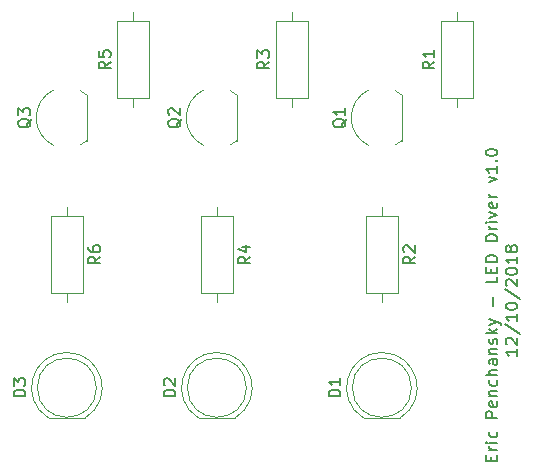
<source format=gto>
G04 #@! TF.GenerationSoftware,KiCad,Pcbnew,(5.0.1)-4*
G04 #@! TF.CreationDate,2018-12-27T15:34:55-05:00*
G04 #@! TF.ProjectId,LED Project,4C45442050726F6A6563742E6B696361,rev?*
G04 #@! TF.SameCoordinates,Original*
G04 #@! TF.FileFunction,Legend,Top*
G04 #@! TF.FilePolarity,Positive*
%FSLAX46Y46*%
G04 Gerber Fmt 4.6, Leading zero omitted, Abs format (unit mm)*
G04 Created by KiCad (PCBNEW (5.0.1)-4) date 12/27/2018 3:34:55 PM*
%MOMM*%
%LPD*%
G01*
G04 APERTURE LIST*
%ADD10C,0.200000*%
%ADD11C,0.120000*%
%ADD12C,0.150000*%
G04 APERTURE END LIST*
D10*
X166718571Y-116417619D02*
X166718571Y-116084285D01*
X167242380Y-115941428D02*
X167242380Y-116417619D01*
X166242380Y-116417619D01*
X166242380Y-115941428D01*
X167242380Y-115512857D02*
X166575714Y-115512857D01*
X166766190Y-115512857D02*
X166670952Y-115465238D01*
X166623333Y-115417619D01*
X166575714Y-115322380D01*
X166575714Y-115227142D01*
X167242380Y-114893809D02*
X166575714Y-114893809D01*
X166242380Y-114893809D02*
X166290000Y-114941428D01*
X166337619Y-114893809D01*
X166290000Y-114846190D01*
X166242380Y-114893809D01*
X166337619Y-114893809D01*
X167194761Y-113989047D02*
X167242380Y-114084285D01*
X167242380Y-114274761D01*
X167194761Y-114370000D01*
X167147142Y-114417619D01*
X167051904Y-114465238D01*
X166766190Y-114465238D01*
X166670952Y-114417619D01*
X166623333Y-114370000D01*
X166575714Y-114274761D01*
X166575714Y-114084285D01*
X166623333Y-113989047D01*
X167242380Y-112798571D02*
X166242380Y-112798571D01*
X166242380Y-112417619D01*
X166290000Y-112322380D01*
X166337619Y-112274761D01*
X166432857Y-112227142D01*
X166575714Y-112227142D01*
X166670952Y-112274761D01*
X166718571Y-112322380D01*
X166766190Y-112417619D01*
X166766190Y-112798571D01*
X167194761Y-111417619D02*
X167242380Y-111512857D01*
X167242380Y-111703333D01*
X167194761Y-111798571D01*
X167099523Y-111846190D01*
X166718571Y-111846190D01*
X166623333Y-111798571D01*
X166575714Y-111703333D01*
X166575714Y-111512857D01*
X166623333Y-111417619D01*
X166718571Y-111370000D01*
X166813809Y-111370000D01*
X166909047Y-111846190D01*
X166575714Y-110941428D02*
X167242380Y-110941428D01*
X166670952Y-110941428D02*
X166623333Y-110893809D01*
X166575714Y-110798571D01*
X166575714Y-110655714D01*
X166623333Y-110560476D01*
X166718571Y-110512857D01*
X167242380Y-110512857D01*
X167194761Y-109608095D02*
X167242380Y-109703333D01*
X167242380Y-109893809D01*
X167194761Y-109989047D01*
X167147142Y-110036666D01*
X167051904Y-110084285D01*
X166766190Y-110084285D01*
X166670952Y-110036666D01*
X166623333Y-109989047D01*
X166575714Y-109893809D01*
X166575714Y-109703333D01*
X166623333Y-109608095D01*
X167242380Y-109179523D02*
X166242380Y-109179523D01*
X167242380Y-108750952D02*
X166718571Y-108750952D01*
X166623333Y-108798571D01*
X166575714Y-108893809D01*
X166575714Y-109036666D01*
X166623333Y-109131904D01*
X166670952Y-109179523D01*
X167242380Y-107846190D02*
X166718571Y-107846190D01*
X166623333Y-107893809D01*
X166575714Y-107989047D01*
X166575714Y-108179523D01*
X166623333Y-108274761D01*
X167194761Y-107846190D02*
X167242380Y-107941428D01*
X167242380Y-108179523D01*
X167194761Y-108274761D01*
X167099523Y-108322380D01*
X167004285Y-108322380D01*
X166909047Y-108274761D01*
X166861428Y-108179523D01*
X166861428Y-107941428D01*
X166813809Y-107846190D01*
X166575714Y-107370000D02*
X167242380Y-107370000D01*
X166670952Y-107370000D02*
X166623333Y-107322380D01*
X166575714Y-107227142D01*
X166575714Y-107084285D01*
X166623333Y-106989047D01*
X166718571Y-106941428D01*
X167242380Y-106941428D01*
X167194761Y-106512857D02*
X167242380Y-106417619D01*
X167242380Y-106227142D01*
X167194761Y-106131904D01*
X167099523Y-106084285D01*
X167051904Y-106084285D01*
X166956666Y-106131904D01*
X166909047Y-106227142D01*
X166909047Y-106370000D01*
X166861428Y-106465238D01*
X166766190Y-106512857D01*
X166718571Y-106512857D01*
X166623333Y-106465238D01*
X166575714Y-106370000D01*
X166575714Y-106227142D01*
X166623333Y-106131904D01*
X167242380Y-105655714D02*
X166242380Y-105655714D01*
X166861428Y-105560476D02*
X167242380Y-105274761D01*
X166575714Y-105274761D02*
X166956666Y-105655714D01*
X166575714Y-104941428D02*
X167242380Y-104703333D01*
X166575714Y-104465238D02*
X167242380Y-104703333D01*
X167480476Y-104798571D01*
X167528095Y-104846190D01*
X167575714Y-104941428D01*
X166861428Y-103322380D02*
X166861428Y-102560476D01*
X167242380Y-100846190D02*
X167242380Y-101322380D01*
X166242380Y-101322380D01*
X166718571Y-100512857D02*
X166718571Y-100179523D01*
X167242380Y-100036666D02*
X167242380Y-100512857D01*
X166242380Y-100512857D01*
X166242380Y-100036666D01*
X167242380Y-99608095D02*
X166242380Y-99608095D01*
X166242380Y-99370000D01*
X166290000Y-99227142D01*
X166385238Y-99131904D01*
X166480476Y-99084285D01*
X166670952Y-99036666D01*
X166813809Y-99036666D01*
X167004285Y-99084285D01*
X167099523Y-99131904D01*
X167194761Y-99227142D01*
X167242380Y-99370000D01*
X167242380Y-99608095D01*
X167242380Y-97846190D02*
X166242380Y-97846190D01*
X166242380Y-97608095D01*
X166290000Y-97465238D01*
X166385238Y-97370000D01*
X166480476Y-97322380D01*
X166670952Y-97274761D01*
X166813809Y-97274761D01*
X167004285Y-97322380D01*
X167099523Y-97370000D01*
X167194761Y-97465238D01*
X167242380Y-97608095D01*
X167242380Y-97846190D01*
X167242380Y-96846190D02*
X166575714Y-96846190D01*
X166766190Y-96846190D02*
X166670952Y-96798571D01*
X166623333Y-96750952D01*
X166575714Y-96655714D01*
X166575714Y-96560476D01*
X167242380Y-96227142D02*
X166575714Y-96227142D01*
X166242380Y-96227142D02*
X166290000Y-96274761D01*
X166337619Y-96227142D01*
X166290000Y-96179523D01*
X166242380Y-96227142D01*
X166337619Y-96227142D01*
X166575714Y-95846190D02*
X167242380Y-95608095D01*
X166575714Y-95370000D01*
X167194761Y-94608095D02*
X167242380Y-94703333D01*
X167242380Y-94893809D01*
X167194761Y-94989047D01*
X167099523Y-95036666D01*
X166718571Y-95036666D01*
X166623333Y-94989047D01*
X166575714Y-94893809D01*
X166575714Y-94703333D01*
X166623333Y-94608095D01*
X166718571Y-94560476D01*
X166813809Y-94560476D01*
X166909047Y-95036666D01*
X167242380Y-94131904D02*
X166575714Y-94131904D01*
X166766190Y-94131904D02*
X166670952Y-94084285D01*
X166623333Y-94036666D01*
X166575714Y-93941428D01*
X166575714Y-93846190D01*
X166575714Y-92846190D02*
X167242380Y-92608095D01*
X166575714Y-92370000D01*
X167242380Y-91465238D02*
X167242380Y-92036666D01*
X167242380Y-91750952D02*
X166242380Y-91750952D01*
X166385238Y-91846190D01*
X166480476Y-91941428D01*
X166528095Y-92036666D01*
X167147142Y-91036666D02*
X167194761Y-90989047D01*
X167242380Y-91036666D01*
X167194761Y-91084285D01*
X167147142Y-91036666D01*
X167242380Y-91036666D01*
X166242380Y-90370000D02*
X166242380Y-90274761D01*
X166290000Y-90179523D01*
X166337619Y-90131904D01*
X166432857Y-90084285D01*
X166623333Y-90036666D01*
X166861428Y-90036666D01*
X167051904Y-90084285D01*
X167147142Y-90131904D01*
X167194761Y-90179523D01*
X167242380Y-90274761D01*
X167242380Y-90370000D01*
X167194761Y-90465238D01*
X167147142Y-90512857D01*
X167051904Y-90560476D01*
X166861428Y-90608095D01*
X166623333Y-90608095D01*
X166432857Y-90560476D01*
X166337619Y-90512857D01*
X166290000Y-90465238D01*
X166242380Y-90370000D01*
X168942380Y-106965238D02*
X168942380Y-107536666D01*
X168942380Y-107250952D02*
X167942380Y-107250952D01*
X168085238Y-107346190D01*
X168180476Y-107441428D01*
X168228095Y-107536666D01*
X168037619Y-106584285D02*
X167990000Y-106536666D01*
X167942380Y-106441428D01*
X167942380Y-106203333D01*
X167990000Y-106108095D01*
X168037619Y-106060476D01*
X168132857Y-106012857D01*
X168228095Y-106012857D01*
X168370952Y-106060476D01*
X168942380Y-106631904D01*
X168942380Y-106012857D01*
X167894761Y-104870000D02*
X169180476Y-105727142D01*
X168942380Y-104012857D02*
X168942380Y-104584285D01*
X168942380Y-104298571D02*
X167942380Y-104298571D01*
X168085238Y-104393809D01*
X168180476Y-104489047D01*
X168228095Y-104584285D01*
X167942380Y-103393809D02*
X167942380Y-103298571D01*
X167990000Y-103203333D01*
X168037619Y-103155714D01*
X168132857Y-103108095D01*
X168323333Y-103060476D01*
X168561428Y-103060476D01*
X168751904Y-103108095D01*
X168847142Y-103155714D01*
X168894761Y-103203333D01*
X168942380Y-103298571D01*
X168942380Y-103393809D01*
X168894761Y-103489047D01*
X168847142Y-103536666D01*
X168751904Y-103584285D01*
X168561428Y-103631904D01*
X168323333Y-103631904D01*
X168132857Y-103584285D01*
X168037619Y-103536666D01*
X167990000Y-103489047D01*
X167942380Y-103393809D01*
X167894761Y-101917619D02*
X169180476Y-102774761D01*
X168037619Y-101631904D02*
X167990000Y-101584285D01*
X167942380Y-101489047D01*
X167942380Y-101250952D01*
X167990000Y-101155714D01*
X168037619Y-101108095D01*
X168132857Y-101060476D01*
X168228095Y-101060476D01*
X168370952Y-101108095D01*
X168942380Y-101679523D01*
X168942380Y-101060476D01*
X167942380Y-100441428D02*
X167942380Y-100346190D01*
X167990000Y-100250952D01*
X168037619Y-100203333D01*
X168132857Y-100155714D01*
X168323333Y-100108095D01*
X168561428Y-100108095D01*
X168751904Y-100155714D01*
X168847142Y-100203333D01*
X168894761Y-100250952D01*
X168942380Y-100346190D01*
X168942380Y-100441428D01*
X168894761Y-100536666D01*
X168847142Y-100584285D01*
X168751904Y-100631904D01*
X168561428Y-100679523D01*
X168323333Y-100679523D01*
X168132857Y-100631904D01*
X168037619Y-100584285D01*
X167990000Y-100536666D01*
X167942380Y-100441428D01*
X168942380Y-99155714D02*
X168942380Y-99727142D01*
X168942380Y-99441428D02*
X167942380Y-99441428D01*
X168085238Y-99536666D01*
X168180476Y-99631904D01*
X168228095Y-99727142D01*
X168370952Y-98584285D02*
X168323333Y-98679523D01*
X168275714Y-98727142D01*
X168180476Y-98774761D01*
X168132857Y-98774761D01*
X168037619Y-98727142D01*
X167990000Y-98679523D01*
X167942380Y-98584285D01*
X167942380Y-98393809D01*
X167990000Y-98298571D01*
X168037619Y-98250952D01*
X168132857Y-98203333D01*
X168180476Y-98203333D01*
X168275714Y-98250952D01*
X168323333Y-98298571D01*
X168370952Y-98393809D01*
X168370952Y-98584285D01*
X168418571Y-98679523D01*
X168466190Y-98727142D01*
X168561428Y-98774761D01*
X168751904Y-98774761D01*
X168847142Y-98727142D01*
X168894761Y-98679523D01*
X168942380Y-98584285D01*
X168942380Y-98393809D01*
X168894761Y-98298571D01*
X168847142Y-98250952D01*
X168751904Y-98203333D01*
X168561428Y-98203333D01*
X168466190Y-98250952D01*
X168418571Y-98298571D01*
X168370952Y-98393809D01*
D11*
G04 #@! TO.C,R1*
X163830000Y-78435850D02*
X163830000Y-79205850D01*
X163830000Y-86515850D02*
X163830000Y-85745850D01*
X162460000Y-79205850D02*
X162460000Y-85745850D01*
X165200000Y-79205850D02*
X162460000Y-79205850D01*
X165200000Y-85745850D02*
X165200000Y-79205850D01*
X162460000Y-85745850D02*
X165200000Y-85745850D01*
G04 #@! TO.C,R3*
X149841674Y-78435850D02*
X149841674Y-79205850D01*
X149841674Y-86515850D02*
X149841674Y-85745850D01*
X148471674Y-79205850D02*
X148471674Y-85745850D01*
X151211674Y-79205850D02*
X148471674Y-79205850D01*
X151211674Y-85745850D02*
X151211674Y-79205850D01*
X148471674Y-85745850D02*
X151211674Y-85745850D01*
G04 #@! TO.C,R5*
X136405411Y-78435850D02*
X136405411Y-79205850D01*
X136405411Y-86515850D02*
X136405411Y-85745850D01*
X135035411Y-79205850D02*
X135035411Y-85745850D01*
X137775411Y-79205850D02*
X135035411Y-79205850D01*
X137775411Y-85745850D02*
X137775411Y-79205850D01*
X135035411Y-85745850D02*
X137775411Y-85745850D01*
G04 #@! TO.C,Q1*
X158573938Y-85088826D02*
G75*
G02X159161674Y-85481209I-1112264J-2302383D01*
G01*
X156362867Y-85034809D02*
G75*
G03X154861674Y-87391209I1098807J-2356400D01*
G01*
X156362867Y-89747609D02*
G75*
G02X154861674Y-87391209I1098807J2356400D01*
G01*
X158583719Y-89713840D02*
G75*
G03X159161674Y-89331209I-1122045J2322631D01*
G01*
X159161674Y-89331209D02*
X159161674Y-85481209D01*
G04 #@! TO.C,Q2*
X144603938Y-85088826D02*
G75*
G02X145191674Y-85481209I-1112264J-2302383D01*
G01*
X142392867Y-85034809D02*
G75*
G03X140891674Y-87391209I1098807J-2356400D01*
G01*
X142392867Y-89747609D02*
G75*
G02X140891674Y-87391209I1098807J2356400D01*
G01*
X144613719Y-89713840D02*
G75*
G03X145191674Y-89331209I-1122045J2322631D01*
G01*
X145191674Y-89331209D02*
X145191674Y-85481209D01*
G04 #@! TO.C,Q3*
X131903938Y-85088826D02*
G75*
G02X132491674Y-85481209I-1112264J-2302383D01*
G01*
X129692867Y-85034809D02*
G75*
G03X128191674Y-87391209I1098807J-2356400D01*
G01*
X129692867Y-89747609D02*
G75*
G02X128191674Y-87391209I1098807J2356400D01*
G01*
X131913719Y-89713840D02*
G75*
G03X132491674Y-89331209I-1122045J2322631D01*
G01*
X132491674Y-89331209D02*
X132491674Y-85481209D01*
G04 #@! TO.C,R2*
X157461674Y-103025850D02*
X157461674Y-102255850D01*
X157461674Y-94945850D02*
X157461674Y-95715850D01*
X158831674Y-102255850D02*
X158831674Y-95715850D01*
X156091674Y-102255850D02*
X158831674Y-102255850D01*
X156091674Y-95715850D02*
X156091674Y-102255850D01*
X158831674Y-95715850D02*
X156091674Y-95715850D01*
G04 #@! TO.C,R6*
X130791674Y-103025850D02*
X130791674Y-102255850D01*
X130791674Y-94945850D02*
X130791674Y-95715850D01*
X132161674Y-102255850D02*
X132161674Y-95715850D01*
X129421674Y-102255850D02*
X132161674Y-102255850D01*
X129421674Y-95715850D02*
X129421674Y-102255850D01*
X132161674Y-95715850D02*
X129421674Y-95715850D01*
G04 #@! TO.C,R4*
X143491674Y-103025850D02*
X143491674Y-102255850D01*
X143491674Y-94945850D02*
X143491674Y-95715850D01*
X144861674Y-102255850D02*
X144861674Y-95715850D01*
X142121674Y-102255850D02*
X144861674Y-102255850D01*
X142121674Y-95715850D02*
X142121674Y-102255850D01*
X144861674Y-95715850D02*
X142121674Y-95715850D01*
G04 #@! TO.C,D1*
X157462136Y-107261209D02*
G75*
G03X155916844Y-112811209I-462J-2990000D01*
G01*
X157461212Y-107261209D02*
G75*
G02X159006504Y-112811209I462J-2990000D01*
G01*
X159961674Y-110251209D02*
G75*
G03X159961674Y-110251209I-2500000J0D01*
G01*
X155916674Y-112811209D02*
X159006674Y-112811209D01*
G04 #@! TO.C,D2*
X141946674Y-112811209D02*
X145036674Y-112811209D01*
X145991674Y-110251209D02*
G75*
G03X145991674Y-110251209I-2500000J0D01*
G01*
X143491212Y-107261209D02*
G75*
G02X145036504Y-112811209I462J-2990000D01*
G01*
X143492136Y-107261209D02*
G75*
G03X141946844Y-112811209I-462J-2990000D01*
G01*
G04 #@! TO.C,D3*
X130792136Y-107261209D02*
G75*
G03X129246844Y-112811209I-462J-2990000D01*
G01*
X130791212Y-107261209D02*
G75*
G02X132336504Y-112811209I462J-2990000D01*
G01*
X133291674Y-110251209D02*
G75*
G03X133291674Y-110251209I-2500000J0D01*
G01*
X129246674Y-112811209D02*
X132336674Y-112811209D01*
G04 #@! TD*
G04 #@! TO.C,R1*
D12*
X161912380Y-82642516D02*
X161436190Y-82975850D01*
X161912380Y-83213945D02*
X160912380Y-83213945D01*
X160912380Y-82832992D01*
X160960000Y-82737754D01*
X161007619Y-82690135D01*
X161102857Y-82642516D01*
X161245714Y-82642516D01*
X161340952Y-82690135D01*
X161388571Y-82737754D01*
X161436190Y-82832992D01*
X161436190Y-83213945D01*
X161912380Y-81690135D02*
X161912380Y-82261564D01*
X161912380Y-81975850D02*
X160912380Y-81975850D01*
X161055238Y-82071088D01*
X161150476Y-82166326D01*
X161198095Y-82261564D01*
G04 #@! TO.C,R3*
X147924054Y-82642516D02*
X147447864Y-82975850D01*
X147924054Y-83213945D02*
X146924054Y-83213945D01*
X146924054Y-82832992D01*
X146971674Y-82737754D01*
X147019293Y-82690135D01*
X147114531Y-82642516D01*
X147257388Y-82642516D01*
X147352626Y-82690135D01*
X147400245Y-82737754D01*
X147447864Y-82832992D01*
X147447864Y-83213945D01*
X146924054Y-82309183D02*
X146924054Y-81690135D01*
X147305007Y-82023469D01*
X147305007Y-81880611D01*
X147352626Y-81785373D01*
X147400245Y-81737754D01*
X147495483Y-81690135D01*
X147733578Y-81690135D01*
X147828816Y-81737754D01*
X147876435Y-81785373D01*
X147924054Y-81880611D01*
X147924054Y-82166326D01*
X147876435Y-82261564D01*
X147828816Y-82309183D01*
G04 #@! TO.C,R5*
X134487791Y-82642516D02*
X134011601Y-82975850D01*
X134487791Y-83213945D02*
X133487791Y-83213945D01*
X133487791Y-82832992D01*
X133535411Y-82737754D01*
X133583030Y-82690135D01*
X133678268Y-82642516D01*
X133821125Y-82642516D01*
X133916363Y-82690135D01*
X133963982Y-82737754D01*
X134011601Y-82832992D01*
X134011601Y-83213945D01*
X133487791Y-81737754D02*
X133487791Y-82213945D01*
X133963982Y-82261564D01*
X133916363Y-82213945D01*
X133868744Y-82118707D01*
X133868744Y-81880611D01*
X133916363Y-81785373D01*
X133963982Y-81737754D01*
X134059220Y-81690135D01*
X134297315Y-81690135D01*
X134392553Y-81737754D01*
X134440172Y-81785373D01*
X134487791Y-81880611D01*
X134487791Y-82118707D01*
X134440172Y-82213945D01*
X134392553Y-82261564D01*
G04 #@! TO.C,Q1*
X154449293Y-87486447D02*
X154401674Y-87581685D01*
X154306435Y-87676923D01*
X154163578Y-87819780D01*
X154115959Y-87915018D01*
X154115959Y-88010256D01*
X154354054Y-87962637D02*
X154306435Y-88057875D01*
X154211197Y-88153113D01*
X154020721Y-88200732D01*
X153687388Y-88200732D01*
X153496912Y-88153113D01*
X153401674Y-88057875D01*
X153354054Y-87962637D01*
X153354054Y-87772161D01*
X153401674Y-87676923D01*
X153496912Y-87581685D01*
X153687388Y-87534066D01*
X154020721Y-87534066D01*
X154211197Y-87581685D01*
X154306435Y-87676923D01*
X154354054Y-87772161D01*
X154354054Y-87962637D01*
X154354054Y-86581685D02*
X154354054Y-87153113D01*
X154354054Y-86867399D02*
X153354054Y-86867399D01*
X153496912Y-86962637D01*
X153592150Y-87057875D01*
X153639769Y-87153113D01*
G04 #@! TO.C,Q2*
X140479293Y-87486447D02*
X140431674Y-87581685D01*
X140336435Y-87676923D01*
X140193578Y-87819780D01*
X140145959Y-87915018D01*
X140145959Y-88010256D01*
X140384054Y-87962637D02*
X140336435Y-88057875D01*
X140241197Y-88153113D01*
X140050721Y-88200732D01*
X139717388Y-88200732D01*
X139526912Y-88153113D01*
X139431674Y-88057875D01*
X139384054Y-87962637D01*
X139384054Y-87772161D01*
X139431674Y-87676923D01*
X139526912Y-87581685D01*
X139717388Y-87534066D01*
X140050721Y-87534066D01*
X140241197Y-87581685D01*
X140336435Y-87676923D01*
X140384054Y-87772161D01*
X140384054Y-87962637D01*
X139479293Y-87153113D02*
X139431674Y-87105494D01*
X139384054Y-87010256D01*
X139384054Y-86772161D01*
X139431674Y-86676923D01*
X139479293Y-86629304D01*
X139574531Y-86581685D01*
X139669769Y-86581685D01*
X139812626Y-86629304D01*
X140384054Y-87200732D01*
X140384054Y-86581685D01*
G04 #@! TO.C,Q3*
X127779293Y-87486447D02*
X127731674Y-87581685D01*
X127636435Y-87676923D01*
X127493578Y-87819780D01*
X127445959Y-87915018D01*
X127445959Y-88010256D01*
X127684054Y-87962637D02*
X127636435Y-88057875D01*
X127541197Y-88153113D01*
X127350721Y-88200732D01*
X127017388Y-88200732D01*
X126826912Y-88153113D01*
X126731674Y-88057875D01*
X126684054Y-87962637D01*
X126684054Y-87772161D01*
X126731674Y-87676923D01*
X126826912Y-87581685D01*
X127017388Y-87534066D01*
X127350721Y-87534066D01*
X127541197Y-87581685D01*
X127636435Y-87676923D01*
X127684054Y-87772161D01*
X127684054Y-87962637D01*
X126684054Y-87200732D02*
X126684054Y-86581685D01*
X127065007Y-86915018D01*
X127065007Y-86772161D01*
X127112626Y-86676923D01*
X127160245Y-86629304D01*
X127255483Y-86581685D01*
X127493578Y-86581685D01*
X127588816Y-86629304D01*
X127636435Y-86676923D01*
X127684054Y-86772161D01*
X127684054Y-87057875D01*
X127636435Y-87153113D01*
X127588816Y-87200732D01*
G04 #@! TO.C,R2*
X160284054Y-99152516D02*
X159807864Y-99485850D01*
X160284054Y-99723945D02*
X159284054Y-99723945D01*
X159284054Y-99342992D01*
X159331674Y-99247754D01*
X159379293Y-99200135D01*
X159474531Y-99152516D01*
X159617388Y-99152516D01*
X159712626Y-99200135D01*
X159760245Y-99247754D01*
X159807864Y-99342992D01*
X159807864Y-99723945D01*
X159379293Y-98771564D02*
X159331674Y-98723945D01*
X159284054Y-98628707D01*
X159284054Y-98390611D01*
X159331674Y-98295373D01*
X159379293Y-98247754D01*
X159474531Y-98200135D01*
X159569769Y-98200135D01*
X159712626Y-98247754D01*
X160284054Y-98819183D01*
X160284054Y-98200135D01*
G04 #@! TO.C,R6*
X133614054Y-99152516D02*
X133137864Y-99485850D01*
X133614054Y-99723945D02*
X132614054Y-99723945D01*
X132614054Y-99342992D01*
X132661674Y-99247754D01*
X132709293Y-99200135D01*
X132804531Y-99152516D01*
X132947388Y-99152516D01*
X133042626Y-99200135D01*
X133090245Y-99247754D01*
X133137864Y-99342992D01*
X133137864Y-99723945D01*
X132614054Y-98295373D02*
X132614054Y-98485850D01*
X132661674Y-98581088D01*
X132709293Y-98628707D01*
X132852150Y-98723945D01*
X133042626Y-98771564D01*
X133423578Y-98771564D01*
X133518816Y-98723945D01*
X133566435Y-98676326D01*
X133614054Y-98581088D01*
X133614054Y-98390611D01*
X133566435Y-98295373D01*
X133518816Y-98247754D01*
X133423578Y-98200135D01*
X133185483Y-98200135D01*
X133090245Y-98247754D01*
X133042626Y-98295373D01*
X132995007Y-98390611D01*
X132995007Y-98581088D01*
X133042626Y-98676326D01*
X133090245Y-98723945D01*
X133185483Y-98771564D01*
G04 #@! TO.C,R4*
X146314054Y-99152516D02*
X145837864Y-99485850D01*
X146314054Y-99723945D02*
X145314054Y-99723945D01*
X145314054Y-99342992D01*
X145361674Y-99247754D01*
X145409293Y-99200135D01*
X145504531Y-99152516D01*
X145647388Y-99152516D01*
X145742626Y-99200135D01*
X145790245Y-99247754D01*
X145837864Y-99342992D01*
X145837864Y-99723945D01*
X145647388Y-98295373D02*
X146314054Y-98295373D01*
X145266435Y-98533469D02*
X145980721Y-98771564D01*
X145980721Y-98152516D01*
G04 #@! TO.C,D1*
X153954054Y-110989304D02*
X152954054Y-110989304D01*
X152954054Y-110751209D01*
X153001674Y-110608351D01*
X153096912Y-110513113D01*
X153192150Y-110465494D01*
X153382626Y-110417875D01*
X153525483Y-110417875D01*
X153715959Y-110465494D01*
X153811197Y-110513113D01*
X153906435Y-110608351D01*
X153954054Y-110751209D01*
X153954054Y-110989304D01*
X153954054Y-109465494D02*
X153954054Y-110036923D01*
X153954054Y-109751209D02*
X152954054Y-109751209D01*
X153096912Y-109846447D01*
X153192150Y-109941685D01*
X153239769Y-110036923D01*
G04 #@! TO.C,D2*
X139984054Y-110989304D02*
X138984054Y-110989304D01*
X138984054Y-110751209D01*
X139031674Y-110608351D01*
X139126912Y-110513113D01*
X139222150Y-110465494D01*
X139412626Y-110417875D01*
X139555483Y-110417875D01*
X139745959Y-110465494D01*
X139841197Y-110513113D01*
X139936435Y-110608351D01*
X139984054Y-110751209D01*
X139984054Y-110989304D01*
X139079293Y-110036923D02*
X139031674Y-109989304D01*
X138984054Y-109894066D01*
X138984054Y-109655970D01*
X139031674Y-109560732D01*
X139079293Y-109513113D01*
X139174531Y-109465494D01*
X139269769Y-109465494D01*
X139412626Y-109513113D01*
X139984054Y-110084542D01*
X139984054Y-109465494D01*
G04 #@! TO.C,D3*
X127284054Y-110989304D02*
X126284054Y-110989304D01*
X126284054Y-110751209D01*
X126331674Y-110608351D01*
X126426912Y-110513113D01*
X126522150Y-110465494D01*
X126712626Y-110417875D01*
X126855483Y-110417875D01*
X127045959Y-110465494D01*
X127141197Y-110513113D01*
X127236435Y-110608351D01*
X127284054Y-110751209D01*
X127284054Y-110989304D01*
X126284054Y-110084542D02*
X126284054Y-109465494D01*
X126665007Y-109798828D01*
X126665007Y-109655970D01*
X126712626Y-109560732D01*
X126760245Y-109513113D01*
X126855483Y-109465494D01*
X127093578Y-109465494D01*
X127188816Y-109513113D01*
X127236435Y-109560732D01*
X127284054Y-109655970D01*
X127284054Y-109941685D01*
X127236435Y-110036923D01*
X127188816Y-110084542D01*
G04 #@! TD*
M02*

</source>
